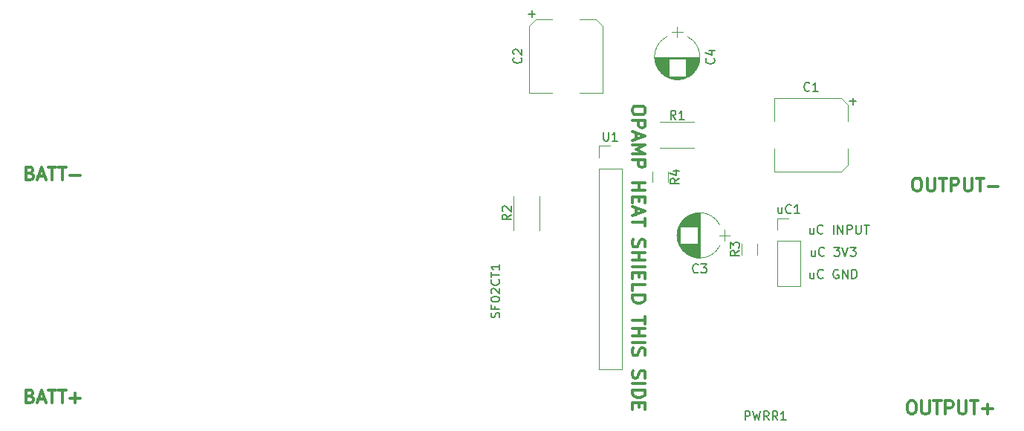
<source format=gbr>
%TF.GenerationSoftware,KiCad,Pcbnew,(5.0.0)*%
%TF.CreationDate,2019-02-20T22:56:50-06:00*%
%TF.ProjectId,HVSignalAmplifier,48565369676E616C416D706C69666965,rev?*%
%TF.SameCoordinates,Original*%
%TF.FileFunction,Legend,Top*%
%TF.FilePolarity,Positive*%
%FSLAX46Y46*%
G04 Gerber Fmt 4.6, Leading zero omitted, Abs format (unit mm)*
G04 Created by KiCad (PCBNEW (5.0.0)) date 02/20/19 22:56:50*
%MOMM*%
%LPD*%
G01*
G04 APERTURE LIST*
%ADD10C,0.300000*%
%ADD11C,0.177800*%
%ADD12C,0.120000*%
%ADD13C,0.150000*%
G04 APERTURE END LIST*
D10*
X161476428Y-88481428D02*
X161476428Y-88767142D01*
X161405000Y-88910000D01*
X161262142Y-89052857D01*
X160976428Y-89124285D01*
X160476428Y-89124285D01*
X160190714Y-89052857D01*
X160047857Y-88910000D01*
X159976428Y-88767142D01*
X159976428Y-88481428D01*
X160047857Y-88338571D01*
X160190714Y-88195714D01*
X160476428Y-88124285D01*
X160976428Y-88124285D01*
X161262142Y-88195714D01*
X161405000Y-88338571D01*
X161476428Y-88481428D01*
X159976428Y-89767142D02*
X161476428Y-89767142D01*
X161476428Y-90338571D01*
X161405000Y-90481428D01*
X161333571Y-90552857D01*
X161190714Y-90624285D01*
X160976428Y-90624285D01*
X160833571Y-90552857D01*
X160762142Y-90481428D01*
X160690714Y-90338571D01*
X160690714Y-89767142D01*
X160405000Y-91195714D02*
X160405000Y-91910000D01*
X159976428Y-91052857D02*
X161476428Y-91552857D01*
X159976428Y-92052857D01*
X159976428Y-92552857D02*
X161476428Y-92552857D01*
X160405000Y-93052857D01*
X161476428Y-93552857D01*
X159976428Y-93552857D01*
X159976428Y-94267142D02*
X161476428Y-94267142D01*
X161476428Y-94838571D01*
X161405000Y-94981428D01*
X161333571Y-95052857D01*
X161190714Y-95124285D01*
X160976428Y-95124285D01*
X160833571Y-95052857D01*
X160762142Y-94981428D01*
X160690714Y-94838571D01*
X160690714Y-94267142D01*
X159976428Y-96910000D02*
X161476428Y-96910000D01*
X160762142Y-96910000D02*
X160762142Y-97767142D01*
X159976428Y-97767142D02*
X161476428Y-97767142D01*
X160762142Y-98481428D02*
X160762142Y-98981428D01*
X159976428Y-99195714D02*
X159976428Y-98481428D01*
X161476428Y-98481428D01*
X161476428Y-99195714D01*
X160405000Y-99767142D02*
X160405000Y-100481428D01*
X159976428Y-99624285D02*
X161476428Y-100124285D01*
X159976428Y-100624285D01*
X161476428Y-100910000D02*
X161476428Y-101767142D01*
X159976428Y-101338571D02*
X161476428Y-101338571D01*
X160047857Y-103338571D02*
X159976428Y-103552857D01*
X159976428Y-103910000D01*
X160047857Y-104052857D01*
X160119285Y-104124285D01*
X160262142Y-104195714D01*
X160405000Y-104195714D01*
X160547857Y-104124285D01*
X160619285Y-104052857D01*
X160690714Y-103910000D01*
X160762142Y-103624285D01*
X160833571Y-103481428D01*
X160905000Y-103410000D01*
X161047857Y-103338571D01*
X161190714Y-103338571D01*
X161333571Y-103410000D01*
X161405000Y-103481428D01*
X161476428Y-103624285D01*
X161476428Y-103981428D01*
X161405000Y-104195714D01*
X159976428Y-104838571D02*
X161476428Y-104838571D01*
X160762142Y-104838571D02*
X160762142Y-105695714D01*
X159976428Y-105695714D02*
X161476428Y-105695714D01*
X159976428Y-106410000D02*
X161476428Y-106410000D01*
X160762142Y-107124285D02*
X160762142Y-107624285D01*
X159976428Y-107838571D02*
X159976428Y-107124285D01*
X161476428Y-107124285D01*
X161476428Y-107838571D01*
X159976428Y-109195714D02*
X159976428Y-108481428D01*
X161476428Y-108481428D01*
X159976428Y-109695714D02*
X161476428Y-109695714D01*
X161476428Y-110052857D01*
X161405000Y-110267142D01*
X161262142Y-110410000D01*
X161119285Y-110481428D01*
X160833571Y-110552857D01*
X160619285Y-110552857D01*
X160333571Y-110481428D01*
X160190714Y-110410000D01*
X160047857Y-110267142D01*
X159976428Y-110052857D01*
X159976428Y-109695714D01*
X161476428Y-112124285D02*
X161476428Y-112981428D01*
X159976428Y-112552857D02*
X161476428Y-112552857D01*
X159976428Y-113481428D02*
X161476428Y-113481428D01*
X160762142Y-113481428D02*
X160762142Y-114338571D01*
X159976428Y-114338571D02*
X161476428Y-114338571D01*
X159976428Y-115052857D02*
X161476428Y-115052857D01*
X160047857Y-115695714D02*
X159976428Y-115910000D01*
X159976428Y-116267142D01*
X160047857Y-116410000D01*
X160119285Y-116481428D01*
X160262142Y-116552857D01*
X160405000Y-116552857D01*
X160547857Y-116481428D01*
X160619285Y-116410000D01*
X160690714Y-116267142D01*
X160762142Y-115981428D01*
X160833571Y-115838571D01*
X160905000Y-115767142D01*
X161047857Y-115695714D01*
X161190714Y-115695714D01*
X161333571Y-115767142D01*
X161405000Y-115838571D01*
X161476428Y-115981428D01*
X161476428Y-116338571D01*
X161405000Y-116552857D01*
X160047857Y-118267142D02*
X159976428Y-118481428D01*
X159976428Y-118838571D01*
X160047857Y-118981428D01*
X160119285Y-119052857D01*
X160262142Y-119124285D01*
X160405000Y-119124285D01*
X160547857Y-119052857D01*
X160619285Y-118981428D01*
X160690714Y-118838571D01*
X160762142Y-118552857D01*
X160833571Y-118410000D01*
X160905000Y-118338571D01*
X161047857Y-118267142D01*
X161190714Y-118267142D01*
X161333571Y-118338571D01*
X161405000Y-118410000D01*
X161476428Y-118552857D01*
X161476428Y-118910000D01*
X161405000Y-119124285D01*
X159976428Y-119767142D02*
X161476428Y-119767142D01*
X159976428Y-120481428D02*
X161476428Y-120481428D01*
X161476428Y-120838571D01*
X161405000Y-121052857D01*
X161262142Y-121195714D01*
X161119285Y-121267142D01*
X160833571Y-121338571D01*
X160619285Y-121338571D01*
X160333571Y-121267142D01*
X160190714Y-121195714D01*
X160047857Y-121052857D01*
X159976428Y-120838571D01*
X159976428Y-120481428D01*
X160762142Y-121981428D02*
X160762142Y-122481428D01*
X159976428Y-122695714D02*
X159976428Y-121981428D01*
X161476428Y-121981428D01*
X161476428Y-122695714D01*
D11*
X180654476Y-107097285D02*
X180654476Y-107774619D01*
X180219047Y-107097285D02*
X180219047Y-107629476D01*
X180267428Y-107726238D01*
X180364190Y-107774619D01*
X180509333Y-107774619D01*
X180606095Y-107726238D01*
X180654476Y-107677857D01*
X181718857Y-107677857D02*
X181670476Y-107726238D01*
X181525333Y-107774619D01*
X181428571Y-107774619D01*
X181283428Y-107726238D01*
X181186666Y-107629476D01*
X181138285Y-107532714D01*
X181089904Y-107339190D01*
X181089904Y-107194047D01*
X181138285Y-107000523D01*
X181186666Y-106903761D01*
X181283428Y-106807000D01*
X181428571Y-106758619D01*
X181525333Y-106758619D01*
X181670476Y-106807000D01*
X181718857Y-106855380D01*
X183460571Y-106807000D02*
X183363809Y-106758619D01*
X183218666Y-106758619D01*
X183073523Y-106807000D01*
X182976761Y-106903761D01*
X182928380Y-107000523D01*
X182880000Y-107194047D01*
X182880000Y-107339190D01*
X182928380Y-107532714D01*
X182976761Y-107629476D01*
X183073523Y-107726238D01*
X183218666Y-107774619D01*
X183315428Y-107774619D01*
X183460571Y-107726238D01*
X183508952Y-107677857D01*
X183508952Y-107339190D01*
X183315428Y-107339190D01*
X183944380Y-107774619D02*
X183944380Y-106758619D01*
X184524952Y-107774619D01*
X184524952Y-106758619D01*
X185008761Y-107774619D02*
X185008761Y-106758619D01*
X185250666Y-106758619D01*
X185395809Y-106807000D01*
X185492571Y-106903761D01*
X185540952Y-107000523D01*
X185589333Y-107194047D01*
X185589333Y-107339190D01*
X185540952Y-107532714D01*
X185492571Y-107629476D01*
X185395809Y-107726238D01*
X185250666Y-107774619D01*
X185008761Y-107774619D01*
X180799619Y-104557285D02*
X180799619Y-105234619D01*
X180364190Y-104557285D02*
X180364190Y-105089476D01*
X180412571Y-105186238D01*
X180509333Y-105234619D01*
X180654476Y-105234619D01*
X180751238Y-105186238D01*
X180799619Y-105137857D01*
X181864000Y-105137857D02*
X181815619Y-105186238D01*
X181670476Y-105234619D01*
X181573714Y-105234619D01*
X181428571Y-105186238D01*
X181331809Y-105089476D01*
X181283428Y-104992714D01*
X181235047Y-104799190D01*
X181235047Y-104654047D01*
X181283428Y-104460523D01*
X181331809Y-104363761D01*
X181428571Y-104267000D01*
X181573714Y-104218619D01*
X181670476Y-104218619D01*
X181815619Y-104267000D01*
X181864000Y-104315380D01*
X182976761Y-104218619D02*
X183605714Y-104218619D01*
X183267047Y-104605666D01*
X183412190Y-104605666D01*
X183508952Y-104654047D01*
X183557333Y-104702428D01*
X183605714Y-104799190D01*
X183605714Y-105041095D01*
X183557333Y-105137857D01*
X183508952Y-105186238D01*
X183412190Y-105234619D01*
X183121904Y-105234619D01*
X183025142Y-105186238D01*
X182976761Y-105137857D01*
X183896000Y-104218619D02*
X184234666Y-105234619D01*
X184573333Y-104218619D01*
X184815238Y-104218619D02*
X185444190Y-104218619D01*
X185105523Y-104605666D01*
X185250666Y-104605666D01*
X185347428Y-104654047D01*
X185395809Y-104702428D01*
X185444190Y-104799190D01*
X185444190Y-105041095D01*
X185395809Y-105137857D01*
X185347428Y-105186238D01*
X185250666Y-105234619D01*
X184960380Y-105234619D01*
X184863619Y-105186238D01*
X184815238Y-105137857D01*
X180636333Y-102017285D02*
X180636333Y-102694619D01*
X180200904Y-102017285D02*
X180200904Y-102549476D01*
X180249285Y-102646238D01*
X180346047Y-102694619D01*
X180491190Y-102694619D01*
X180587952Y-102646238D01*
X180636333Y-102597857D01*
X181700714Y-102597857D02*
X181652333Y-102646238D01*
X181507190Y-102694619D01*
X181410428Y-102694619D01*
X181265285Y-102646238D01*
X181168523Y-102549476D01*
X181120142Y-102452714D01*
X181071761Y-102259190D01*
X181071761Y-102114047D01*
X181120142Y-101920523D01*
X181168523Y-101823761D01*
X181265285Y-101727000D01*
X181410428Y-101678619D01*
X181507190Y-101678619D01*
X181652333Y-101727000D01*
X181700714Y-101775380D01*
X182910238Y-102694619D02*
X182910238Y-101678619D01*
X183394047Y-102694619D02*
X183394047Y-101678619D01*
X183974619Y-102694619D01*
X183974619Y-101678619D01*
X184458428Y-102694619D02*
X184458428Y-101678619D01*
X184845476Y-101678619D01*
X184942238Y-101727000D01*
X184990619Y-101775380D01*
X185039000Y-101872142D01*
X185039000Y-102017285D01*
X184990619Y-102114047D01*
X184942238Y-102162428D01*
X184845476Y-102210809D01*
X184458428Y-102210809D01*
X185474428Y-101678619D02*
X185474428Y-102501095D01*
X185522809Y-102597857D01*
X185571190Y-102646238D01*
X185667952Y-102694619D01*
X185861476Y-102694619D01*
X185958238Y-102646238D01*
X186006619Y-102597857D01*
X186055000Y-102501095D01*
X186055000Y-101678619D01*
X186393666Y-101678619D02*
X186974238Y-101678619D01*
X186683952Y-102694619D02*
X186683952Y-101678619D01*
D10*
X91372857Y-95777857D02*
X91587142Y-95849285D01*
X91658571Y-95920714D01*
X91730000Y-96063571D01*
X91730000Y-96277857D01*
X91658571Y-96420714D01*
X91587142Y-96492142D01*
X91444285Y-96563571D01*
X90872857Y-96563571D01*
X90872857Y-95063571D01*
X91372857Y-95063571D01*
X91515714Y-95135000D01*
X91587142Y-95206428D01*
X91658571Y-95349285D01*
X91658571Y-95492142D01*
X91587142Y-95635000D01*
X91515714Y-95706428D01*
X91372857Y-95777857D01*
X90872857Y-95777857D01*
X92301428Y-96135000D02*
X93015714Y-96135000D01*
X92158571Y-96563571D02*
X92658571Y-95063571D01*
X93158571Y-96563571D01*
X93444285Y-95063571D02*
X94301428Y-95063571D01*
X93872857Y-96563571D02*
X93872857Y-95063571D01*
X94587142Y-95063571D02*
X95444285Y-95063571D01*
X95015714Y-96563571D02*
X95015714Y-95063571D01*
X95944285Y-95992142D02*
X97087142Y-95992142D01*
X91372857Y-121177857D02*
X91587142Y-121249285D01*
X91658571Y-121320714D01*
X91730000Y-121463571D01*
X91730000Y-121677857D01*
X91658571Y-121820714D01*
X91587142Y-121892142D01*
X91444285Y-121963571D01*
X90872857Y-121963571D01*
X90872857Y-120463571D01*
X91372857Y-120463571D01*
X91515714Y-120535000D01*
X91587142Y-120606428D01*
X91658571Y-120749285D01*
X91658571Y-120892142D01*
X91587142Y-121035000D01*
X91515714Y-121106428D01*
X91372857Y-121177857D01*
X90872857Y-121177857D01*
X92301428Y-121535000D02*
X93015714Y-121535000D01*
X92158571Y-121963571D02*
X92658571Y-120463571D01*
X93158571Y-121963571D01*
X93444285Y-120463571D02*
X94301428Y-120463571D01*
X93872857Y-121963571D02*
X93872857Y-120463571D01*
X94587142Y-120463571D02*
X95444285Y-120463571D01*
X95015714Y-121963571D02*
X95015714Y-120463571D01*
X95944285Y-121392142D02*
X97087142Y-121392142D01*
X96515714Y-121963571D02*
X96515714Y-120820714D01*
X191679285Y-121728571D02*
X191965000Y-121728571D01*
X192107857Y-121800000D01*
X192250714Y-121942857D01*
X192322142Y-122228571D01*
X192322142Y-122728571D01*
X192250714Y-123014285D01*
X192107857Y-123157142D01*
X191965000Y-123228571D01*
X191679285Y-123228571D01*
X191536428Y-123157142D01*
X191393571Y-123014285D01*
X191322142Y-122728571D01*
X191322142Y-122228571D01*
X191393571Y-121942857D01*
X191536428Y-121800000D01*
X191679285Y-121728571D01*
X192965000Y-121728571D02*
X192965000Y-122942857D01*
X193036428Y-123085714D01*
X193107857Y-123157142D01*
X193250714Y-123228571D01*
X193536428Y-123228571D01*
X193679285Y-123157142D01*
X193750714Y-123085714D01*
X193822142Y-122942857D01*
X193822142Y-121728571D01*
X194322142Y-121728571D02*
X195179285Y-121728571D01*
X194750714Y-123228571D02*
X194750714Y-121728571D01*
X195679285Y-123228571D02*
X195679285Y-121728571D01*
X196250714Y-121728571D01*
X196393571Y-121800000D01*
X196465000Y-121871428D01*
X196536428Y-122014285D01*
X196536428Y-122228571D01*
X196465000Y-122371428D01*
X196393571Y-122442857D01*
X196250714Y-122514285D01*
X195679285Y-122514285D01*
X197179285Y-121728571D02*
X197179285Y-122942857D01*
X197250714Y-123085714D01*
X197322142Y-123157142D01*
X197465000Y-123228571D01*
X197750714Y-123228571D01*
X197893571Y-123157142D01*
X197965000Y-123085714D01*
X198036428Y-122942857D01*
X198036428Y-121728571D01*
X198536428Y-121728571D02*
X199393571Y-121728571D01*
X198965000Y-123228571D02*
X198965000Y-121728571D01*
X199893571Y-122657142D02*
X201036428Y-122657142D01*
X200465000Y-123228571D02*
X200465000Y-122085714D01*
X192314285Y-96333571D02*
X192600000Y-96333571D01*
X192742857Y-96405000D01*
X192885714Y-96547857D01*
X192957142Y-96833571D01*
X192957142Y-97333571D01*
X192885714Y-97619285D01*
X192742857Y-97762142D01*
X192600000Y-97833571D01*
X192314285Y-97833571D01*
X192171428Y-97762142D01*
X192028571Y-97619285D01*
X191957142Y-97333571D01*
X191957142Y-96833571D01*
X192028571Y-96547857D01*
X192171428Y-96405000D01*
X192314285Y-96333571D01*
X193600000Y-96333571D02*
X193600000Y-97547857D01*
X193671428Y-97690714D01*
X193742857Y-97762142D01*
X193885714Y-97833571D01*
X194171428Y-97833571D01*
X194314285Y-97762142D01*
X194385714Y-97690714D01*
X194457142Y-97547857D01*
X194457142Y-96333571D01*
X194957142Y-96333571D02*
X195814285Y-96333571D01*
X195385714Y-97833571D02*
X195385714Y-96333571D01*
X196314285Y-97833571D02*
X196314285Y-96333571D01*
X196885714Y-96333571D01*
X197028571Y-96405000D01*
X197100000Y-96476428D01*
X197171428Y-96619285D01*
X197171428Y-96833571D01*
X197100000Y-96976428D01*
X197028571Y-97047857D01*
X196885714Y-97119285D01*
X196314285Y-97119285D01*
X197814285Y-96333571D02*
X197814285Y-97547857D01*
X197885714Y-97690714D01*
X197957142Y-97762142D01*
X198100000Y-97833571D01*
X198385714Y-97833571D01*
X198528571Y-97762142D01*
X198600000Y-97690714D01*
X198671428Y-97547857D01*
X198671428Y-96333571D01*
X199171428Y-96333571D02*
X200028571Y-96333571D01*
X199600000Y-97833571D02*
X199600000Y-96333571D01*
X200528571Y-97262142D02*
X201671428Y-97262142D01*
D12*
X184530000Y-94870000D02*
X184530000Y-93000000D01*
X184530000Y-88010000D02*
X184530000Y-89880000D01*
X176150000Y-87250000D02*
X176150000Y-89880000D01*
X176150000Y-95630000D02*
X176150000Y-93000000D01*
X176150000Y-87250000D02*
X183770000Y-87250000D01*
X183770000Y-87250000D02*
X184530000Y-88010000D01*
X184530000Y-94870000D02*
X183770000Y-95630000D01*
X183770000Y-95630000D02*
X176150000Y-95630000D01*
X156590000Y-79018400D02*
X156590000Y-86638400D01*
X155830000Y-78258400D02*
X156590000Y-79018400D01*
X148210000Y-79018400D02*
X148970000Y-78258400D01*
X148210000Y-86638400D02*
X148210000Y-79018400D01*
X156590000Y-86638400D02*
X153960000Y-86638400D01*
X148210000Y-86638400D02*
X150840000Y-86638400D01*
X148970000Y-78258400D02*
X150840000Y-78258400D01*
X155830000Y-78258400D02*
X153960000Y-78258400D01*
X165354278Y-104049723D02*
G75*
G03X169965580Y-104050000I2305722J1179723D01*
G01*
X165354278Y-101690277D02*
G75*
G02X169965580Y-101690000I2305722J-1179723D01*
G01*
X165354278Y-101690277D02*
G75*
G03X165354420Y-104050000I2305722J-1179723D01*
G01*
X167660000Y-105420000D02*
X167660000Y-100320000D01*
X167620000Y-105420000D02*
X167620000Y-100320000D01*
X167580000Y-105419000D02*
X167580000Y-100321000D01*
X167540000Y-105418000D02*
X167540000Y-100322000D01*
X167500000Y-105416000D02*
X167500000Y-100324000D01*
X167460000Y-105413000D02*
X167460000Y-100327000D01*
X167420000Y-105409000D02*
X167420000Y-100331000D01*
X167380000Y-105405000D02*
X167380000Y-103850000D01*
X167380000Y-101890000D02*
X167380000Y-100335000D01*
X167340000Y-105401000D02*
X167340000Y-103850000D01*
X167340000Y-101890000D02*
X167340000Y-100339000D01*
X167300000Y-105395000D02*
X167300000Y-103850000D01*
X167300000Y-101890000D02*
X167300000Y-100345000D01*
X167260000Y-105389000D02*
X167260000Y-103850000D01*
X167260000Y-101890000D02*
X167260000Y-100351000D01*
X167220000Y-105383000D02*
X167220000Y-103850000D01*
X167220000Y-101890000D02*
X167220000Y-100357000D01*
X167180000Y-105376000D02*
X167180000Y-103850000D01*
X167180000Y-101890000D02*
X167180000Y-100364000D01*
X167140000Y-105368000D02*
X167140000Y-103850000D01*
X167140000Y-101890000D02*
X167140000Y-100372000D01*
X167100000Y-105359000D02*
X167100000Y-103850000D01*
X167100000Y-101890000D02*
X167100000Y-100381000D01*
X167060000Y-105350000D02*
X167060000Y-103850000D01*
X167060000Y-101890000D02*
X167060000Y-100390000D01*
X167020000Y-105340000D02*
X167020000Y-103850000D01*
X167020000Y-101890000D02*
X167020000Y-100400000D01*
X166980000Y-105330000D02*
X166980000Y-103850000D01*
X166980000Y-101890000D02*
X166980000Y-100410000D01*
X166939000Y-105318000D02*
X166939000Y-103850000D01*
X166939000Y-101890000D02*
X166939000Y-100422000D01*
X166899000Y-105306000D02*
X166899000Y-103850000D01*
X166899000Y-101890000D02*
X166899000Y-100434000D01*
X166859000Y-105294000D02*
X166859000Y-103850000D01*
X166859000Y-101890000D02*
X166859000Y-100446000D01*
X166819000Y-105280000D02*
X166819000Y-103850000D01*
X166819000Y-101890000D02*
X166819000Y-100460000D01*
X166779000Y-105266000D02*
X166779000Y-103850000D01*
X166779000Y-101890000D02*
X166779000Y-100474000D01*
X166739000Y-105252000D02*
X166739000Y-103850000D01*
X166739000Y-101890000D02*
X166739000Y-100488000D01*
X166699000Y-105236000D02*
X166699000Y-103850000D01*
X166699000Y-101890000D02*
X166699000Y-100504000D01*
X166659000Y-105220000D02*
X166659000Y-103850000D01*
X166659000Y-101890000D02*
X166659000Y-100520000D01*
X166619000Y-105203000D02*
X166619000Y-103850000D01*
X166619000Y-101890000D02*
X166619000Y-100537000D01*
X166579000Y-105185000D02*
X166579000Y-103850000D01*
X166579000Y-101890000D02*
X166579000Y-100555000D01*
X166539000Y-105166000D02*
X166539000Y-103850000D01*
X166539000Y-101890000D02*
X166539000Y-100574000D01*
X166499000Y-105146000D02*
X166499000Y-103850000D01*
X166499000Y-101890000D02*
X166499000Y-100594000D01*
X166459000Y-105126000D02*
X166459000Y-103850000D01*
X166459000Y-101890000D02*
X166459000Y-100614000D01*
X166419000Y-105104000D02*
X166419000Y-103850000D01*
X166419000Y-101890000D02*
X166419000Y-100636000D01*
X166379000Y-105082000D02*
X166379000Y-103850000D01*
X166379000Y-101890000D02*
X166379000Y-100658000D01*
X166339000Y-105059000D02*
X166339000Y-103850000D01*
X166339000Y-101890000D02*
X166339000Y-100681000D01*
X166299000Y-105035000D02*
X166299000Y-103850000D01*
X166299000Y-101890000D02*
X166299000Y-100705000D01*
X166259000Y-105010000D02*
X166259000Y-103850000D01*
X166259000Y-101890000D02*
X166259000Y-100730000D01*
X166219000Y-104983000D02*
X166219000Y-103850000D01*
X166219000Y-101890000D02*
X166219000Y-100757000D01*
X166179000Y-104956000D02*
X166179000Y-103850000D01*
X166179000Y-101890000D02*
X166179000Y-100784000D01*
X166139000Y-104928000D02*
X166139000Y-103850000D01*
X166139000Y-101890000D02*
X166139000Y-100812000D01*
X166099000Y-104898000D02*
X166099000Y-103850000D01*
X166099000Y-101890000D02*
X166099000Y-100842000D01*
X166059000Y-104867000D02*
X166059000Y-103850000D01*
X166059000Y-101890000D02*
X166059000Y-100873000D01*
X166019000Y-104835000D02*
X166019000Y-103850000D01*
X166019000Y-101890000D02*
X166019000Y-100905000D01*
X165979000Y-104802000D02*
X165979000Y-103850000D01*
X165979000Y-101890000D02*
X165979000Y-100938000D01*
X165939000Y-104767000D02*
X165939000Y-103850000D01*
X165939000Y-101890000D02*
X165939000Y-100973000D01*
X165899000Y-104731000D02*
X165899000Y-103850000D01*
X165899000Y-101890000D02*
X165899000Y-101009000D01*
X165859000Y-104693000D02*
X165859000Y-103850000D01*
X165859000Y-101890000D02*
X165859000Y-101047000D01*
X165819000Y-104653000D02*
X165819000Y-103850000D01*
X165819000Y-101890000D02*
X165819000Y-101087000D01*
X165779000Y-104612000D02*
X165779000Y-103850000D01*
X165779000Y-101890000D02*
X165779000Y-101128000D01*
X165739000Y-104569000D02*
X165739000Y-103850000D01*
X165739000Y-101890000D02*
X165739000Y-101171000D01*
X165699000Y-104524000D02*
X165699000Y-103850000D01*
X165699000Y-101890000D02*
X165699000Y-101216000D01*
X165659000Y-104476000D02*
X165659000Y-103850000D01*
X165659000Y-101890000D02*
X165659000Y-101264000D01*
X165619000Y-104426000D02*
X165619000Y-103850000D01*
X165619000Y-101890000D02*
X165619000Y-101314000D01*
X165579000Y-104374000D02*
X165579000Y-103850000D01*
X165579000Y-101890000D02*
X165579000Y-101366000D01*
X165539000Y-104318000D02*
X165539000Y-103850000D01*
X165539000Y-101890000D02*
X165539000Y-101422000D01*
X165499000Y-104260000D02*
X165499000Y-103850000D01*
X165499000Y-101890000D02*
X165499000Y-101480000D01*
X165459000Y-104197000D02*
X165459000Y-103850000D01*
X165459000Y-101890000D02*
X165459000Y-101543000D01*
X165419000Y-104131000D02*
X165419000Y-101609000D01*
X165379000Y-104059000D02*
X165379000Y-101681000D01*
X165339000Y-103982000D02*
X165339000Y-101758000D01*
X165299000Y-103898000D02*
X165299000Y-101842000D01*
X165259000Y-103804000D02*
X165259000Y-101936000D01*
X165219000Y-103699000D02*
X165219000Y-102041000D01*
X165179000Y-103577000D02*
X165179000Y-102163000D01*
X165139000Y-103429000D02*
X165139000Y-102311000D01*
X165099000Y-103224000D02*
X165099000Y-102516000D01*
X171110000Y-102870000D02*
X169910000Y-102870000D01*
X170510000Y-103520000D02*
X170510000Y-102220000D01*
X165750000Y-79680000D02*
X164450000Y-79680000D01*
X165100000Y-79080000D02*
X165100000Y-80280000D01*
X165454000Y-85091000D02*
X164746000Y-85091000D01*
X165659000Y-85051000D02*
X164541000Y-85051000D01*
X165807000Y-85011000D02*
X164393000Y-85011000D01*
X165929000Y-84971000D02*
X164271000Y-84971000D01*
X166034000Y-84931000D02*
X164166000Y-84931000D01*
X166128000Y-84891000D02*
X164072000Y-84891000D01*
X166212000Y-84851000D02*
X163988000Y-84851000D01*
X166289000Y-84811000D02*
X163911000Y-84811000D01*
X166361000Y-84771000D02*
X163839000Y-84771000D01*
X164120000Y-84731000D02*
X163773000Y-84731000D01*
X166427000Y-84731000D02*
X166080000Y-84731000D01*
X164120000Y-84691000D02*
X163710000Y-84691000D01*
X166490000Y-84691000D02*
X166080000Y-84691000D01*
X164120000Y-84651000D02*
X163652000Y-84651000D01*
X166548000Y-84651000D02*
X166080000Y-84651000D01*
X164120000Y-84611000D02*
X163596000Y-84611000D01*
X166604000Y-84611000D02*
X166080000Y-84611000D01*
X164120000Y-84571000D02*
X163544000Y-84571000D01*
X166656000Y-84571000D02*
X166080000Y-84571000D01*
X164120000Y-84531000D02*
X163494000Y-84531000D01*
X166706000Y-84531000D02*
X166080000Y-84531000D01*
X164120000Y-84491000D02*
X163446000Y-84491000D01*
X166754000Y-84491000D02*
X166080000Y-84491000D01*
X164120000Y-84451000D02*
X163401000Y-84451000D01*
X166799000Y-84451000D02*
X166080000Y-84451000D01*
X164120000Y-84411000D02*
X163358000Y-84411000D01*
X166842000Y-84411000D02*
X166080000Y-84411000D01*
X164120000Y-84371000D02*
X163317000Y-84371000D01*
X166883000Y-84371000D02*
X166080000Y-84371000D01*
X164120000Y-84331000D02*
X163277000Y-84331000D01*
X166923000Y-84331000D02*
X166080000Y-84331000D01*
X164120000Y-84291000D02*
X163239000Y-84291000D01*
X166961000Y-84291000D02*
X166080000Y-84291000D01*
X164120000Y-84251000D02*
X163203000Y-84251000D01*
X166997000Y-84251000D02*
X166080000Y-84251000D01*
X164120000Y-84211000D02*
X163168000Y-84211000D01*
X167032000Y-84211000D02*
X166080000Y-84211000D01*
X164120000Y-84171000D02*
X163135000Y-84171000D01*
X167065000Y-84171000D02*
X166080000Y-84171000D01*
X164120000Y-84131000D02*
X163103000Y-84131000D01*
X167097000Y-84131000D02*
X166080000Y-84131000D01*
X164120000Y-84091000D02*
X163072000Y-84091000D01*
X167128000Y-84091000D02*
X166080000Y-84091000D01*
X164120000Y-84051000D02*
X163042000Y-84051000D01*
X167158000Y-84051000D02*
X166080000Y-84051000D01*
X164120000Y-84011000D02*
X163014000Y-84011000D01*
X167186000Y-84011000D02*
X166080000Y-84011000D01*
X164120000Y-83971000D02*
X162987000Y-83971000D01*
X167213000Y-83971000D02*
X166080000Y-83971000D01*
X164120000Y-83931000D02*
X162960000Y-83931000D01*
X167240000Y-83931000D02*
X166080000Y-83931000D01*
X164120000Y-83891000D02*
X162935000Y-83891000D01*
X167265000Y-83891000D02*
X166080000Y-83891000D01*
X164120000Y-83851000D02*
X162911000Y-83851000D01*
X167289000Y-83851000D02*
X166080000Y-83851000D01*
X164120000Y-83811000D02*
X162888000Y-83811000D01*
X167312000Y-83811000D02*
X166080000Y-83811000D01*
X164120000Y-83771000D02*
X162866000Y-83771000D01*
X167334000Y-83771000D02*
X166080000Y-83771000D01*
X164120000Y-83731000D02*
X162844000Y-83731000D01*
X167356000Y-83731000D02*
X166080000Y-83731000D01*
X164120000Y-83691000D02*
X162824000Y-83691000D01*
X167376000Y-83691000D02*
X166080000Y-83691000D01*
X164120000Y-83651000D02*
X162804000Y-83651000D01*
X167396000Y-83651000D02*
X166080000Y-83651000D01*
X164120000Y-83611000D02*
X162785000Y-83611000D01*
X167415000Y-83611000D02*
X166080000Y-83611000D01*
X164120000Y-83571000D02*
X162767000Y-83571000D01*
X167433000Y-83571000D02*
X166080000Y-83571000D01*
X164120000Y-83531000D02*
X162750000Y-83531000D01*
X167450000Y-83531000D02*
X166080000Y-83531000D01*
X164120000Y-83491000D02*
X162734000Y-83491000D01*
X167466000Y-83491000D02*
X166080000Y-83491000D01*
X164120000Y-83451000D02*
X162718000Y-83451000D01*
X167482000Y-83451000D02*
X166080000Y-83451000D01*
X164120000Y-83411000D02*
X162704000Y-83411000D01*
X167496000Y-83411000D02*
X166080000Y-83411000D01*
X164120000Y-83371000D02*
X162690000Y-83371000D01*
X167510000Y-83371000D02*
X166080000Y-83371000D01*
X164120000Y-83331000D02*
X162676000Y-83331000D01*
X167524000Y-83331000D02*
X166080000Y-83331000D01*
X164120000Y-83291000D02*
X162664000Y-83291000D01*
X167536000Y-83291000D02*
X166080000Y-83291000D01*
X164120000Y-83251000D02*
X162652000Y-83251000D01*
X167548000Y-83251000D02*
X166080000Y-83251000D01*
X164120000Y-83210000D02*
X162640000Y-83210000D01*
X167560000Y-83210000D02*
X166080000Y-83210000D01*
X164120000Y-83170000D02*
X162630000Y-83170000D01*
X167570000Y-83170000D02*
X166080000Y-83170000D01*
X164120000Y-83130000D02*
X162620000Y-83130000D01*
X167580000Y-83130000D02*
X166080000Y-83130000D01*
X164120000Y-83090000D02*
X162611000Y-83090000D01*
X167589000Y-83090000D02*
X166080000Y-83090000D01*
X164120000Y-83050000D02*
X162602000Y-83050000D01*
X167598000Y-83050000D02*
X166080000Y-83050000D01*
X164120000Y-83010000D02*
X162594000Y-83010000D01*
X167606000Y-83010000D02*
X166080000Y-83010000D01*
X164120000Y-82970000D02*
X162587000Y-82970000D01*
X167613000Y-82970000D02*
X166080000Y-82970000D01*
X164120000Y-82930000D02*
X162581000Y-82930000D01*
X167619000Y-82930000D02*
X166080000Y-82930000D01*
X164120000Y-82890000D02*
X162575000Y-82890000D01*
X167625000Y-82890000D02*
X166080000Y-82890000D01*
X164120000Y-82850000D02*
X162569000Y-82850000D01*
X167631000Y-82850000D02*
X166080000Y-82850000D01*
X164120000Y-82810000D02*
X162565000Y-82810000D01*
X167635000Y-82810000D02*
X166080000Y-82810000D01*
X167639000Y-82770000D02*
X162561000Y-82770000D01*
X167643000Y-82730000D02*
X162557000Y-82730000D01*
X167646000Y-82690000D02*
X162554000Y-82690000D01*
X167648000Y-82650000D02*
X162552000Y-82650000D01*
X167649000Y-82610000D02*
X162551000Y-82610000D01*
X167650000Y-82570000D02*
X162550000Y-82570000D01*
X167650000Y-82530000D02*
X162550000Y-82530000D01*
X163920277Y-84835722D02*
G75*
G03X166280000Y-84835580I1179723J2305722D01*
G01*
X163920277Y-84835722D02*
G75*
G02X163920000Y-80224420I1179723J2305722D01*
G01*
X166279723Y-84835722D02*
G75*
G03X166280000Y-80224420I-1179723J2305722D01*
G01*
X163150000Y-89960000D02*
X167050000Y-89960000D01*
X167050000Y-92920000D02*
X163150000Y-92920000D01*
X149435000Y-98380000D02*
X149435000Y-102280000D01*
X146475000Y-102280000D02*
X146475000Y-98380000D01*
X172475000Y-105055000D02*
X172475000Y-103855000D01*
X174235000Y-103855000D02*
X174235000Y-105055000D01*
X162315000Y-96805000D02*
X162315000Y-95605000D01*
X164075000Y-95605000D02*
X164075000Y-96805000D01*
X156150000Y-118170000D02*
X158810000Y-118170000D01*
X156150000Y-95250000D02*
X156150000Y-118170000D01*
X158810000Y-95250000D02*
X158810000Y-118170000D01*
X156150000Y-95250000D02*
X158810000Y-95250000D01*
X156150000Y-93980000D02*
X156150000Y-92650000D01*
X156150000Y-92650000D02*
X157480000Y-92650000D01*
X176470000Y-108645000D02*
X179130000Y-108645000D01*
X176470000Y-103505000D02*
X176470000Y-108645000D01*
X179130000Y-103505000D02*
X179130000Y-108645000D01*
X176470000Y-103505000D02*
X179130000Y-103505000D01*
X176470000Y-102235000D02*
X176470000Y-100905000D01*
X176470000Y-100905000D02*
X177800000Y-100905000D01*
D13*
X144821161Y-112243809D02*
X144868780Y-112100952D01*
X144868780Y-111862857D01*
X144821161Y-111767619D01*
X144773542Y-111720000D01*
X144678304Y-111672380D01*
X144583066Y-111672380D01*
X144487828Y-111720000D01*
X144440209Y-111767619D01*
X144392590Y-111862857D01*
X144344971Y-112053333D01*
X144297352Y-112148571D01*
X144249733Y-112196190D01*
X144154495Y-112243809D01*
X144059257Y-112243809D01*
X143964019Y-112196190D01*
X143916400Y-112148571D01*
X143868780Y-112053333D01*
X143868780Y-111815238D01*
X143916400Y-111672380D01*
X144344971Y-110910476D02*
X144344971Y-111243809D01*
X144868780Y-111243809D02*
X143868780Y-111243809D01*
X143868780Y-110767619D01*
X143868780Y-110196190D02*
X143868780Y-110100952D01*
X143916400Y-110005714D01*
X143964019Y-109958095D01*
X144059257Y-109910476D01*
X144249733Y-109862857D01*
X144487828Y-109862857D01*
X144678304Y-109910476D01*
X144773542Y-109958095D01*
X144821161Y-110005714D01*
X144868780Y-110100952D01*
X144868780Y-110196190D01*
X144821161Y-110291428D01*
X144773542Y-110339047D01*
X144678304Y-110386666D01*
X144487828Y-110434285D01*
X144249733Y-110434285D01*
X144059257Y-110386666D01*
X143964019Y-110339047D01*
X143916400Y-110291428D01*
X143868780Y-110196190D01*
X143964019Y-109481904D02*
X143916400Y-109434285D01*
X143868780Y-109339047D01*
X143868780Y-109100952D01*
X143916400Y-109005714D01*
X143964019Y-108958095D01*
X144059257Y-108910476D01*
X144154495Y-108910476D01*
X144297352Y-108958095D01*
X144868780Y-109529523D01*
X144868780Y-108910476D01*
X144773542Y-107910476D02*
X144821161Y-107958095D01*
X144868780Y-108100952D01*
X144868780Y-108196190D01*
X144821161Y-108339047D01*
X144725923Y-108434285D01*
X144630685Y-108481904D01*
X144440209Y-108529523D01*
X144297352Y-108529523D01*
X144106876Y-108481904D01*
X144011638Y-108434285D01*
X143916400Y-108339047D01*
X143868780Y-108196190D01*
X143868780Y-108100952D01*
X143916400Y-107958095D01*
X143964019Y-107910476D01*
X143868780Y-107624761D02*
X143868780Y-107053333D01*
X144868780Y-107339047D02*
X143868780Y-107339047D01*
X144868780Y-106196190D02*
X144868780Y-106767619D01*
X144868780Y-106481904D02*
X143868780Y-106481904D01*
X144011638Y-106577142D01*
X144106876Y-106672380D01*
X144154495Y-106767619D01*
X180173333Y-86347142D02*
X180125714Y-86394761D01*
X179982857Y-86442380D01*
X179887619Y-86442380D01*
X179744761Y-86394761D01*
X179649523Y-86299523D01*
X179601904Y-86204285D01*
X179554285Y-86013809D01*
X179554285Y-85870952D01*
X179601904Y-85680476D01*
X179649523Y-85585238D01*
X179744761Y-85490000D01*
X179887619Y-85442380D01*
X179982857Y-85442380D01*
X180125714Y-85490000D01*
X180173333Y-85537619D01*
X181125714Y-86442380D02*
X180554285Y-86442380D01*
X180840000Y-86442380D02*
X180840000Y-85442380D01*
X180744761Y-85585238D01*
X180649523Y-85680476D01*
X180554285Y-85728095D01*
X184749047Y-87601428D02*
X185510952Y-87601428D01*
X185130000Y-87982380D02*
X185130000Y-87220476D01*
X147307142Y-82615066D02*
X147354761Y-82662685D01*
X147402380Y-82805542D01*
X147402380Y-82900780D01*
X147354761Y-83043638D01*
X147259523Y-83138876D01*
X147164285Y-83186495D01*
X146973809Y-83234114D01*
X146830952Y-83234114D01*
X146640476Y-83186495D01*
X146545238Y-83138876D01*
X146450000Y-83043638D01*
X146402380Y-82900780D01*
X146402380Y-82805542D01*
X146450000Y-82662685D01*
X146497619Y-82615066D01*
X146497619Y-82234114D02*
X146450000Y-82186495D01*
X146402380Y-82091257D01*
X146402380Y-81853161D01*
X146450000Y-81757923D01*
X146497619Y-81710304D01*
X146592857Y-81662685D01*
X146688095Y-81662685D01*
X146830952Y-81710304D01*
X147402380Y-82281733D01*
X147402380Y-81662685D01*
X148561428Y-78039352D02*
X148561428Y-77277447D01*
X148942380Y-77658400D02*
X148180476Y-77658400D01*
X167493333Y-107037142D02*
X167445714Y-107084761D01*
X167302857Y-107132380D01*
X167207619Y-107132380D01*
X167064761Y-107084761D01*
X166969523Y-106989523D01*
X166921904Y-106894285D01*
X166874285Y-106703809D01*
X166874285Y-106560952D01*
X166921904Y-106370476D01*
X166969523Y-106275238D01*
X167064761Y-106180000D01*
X167207619Y-106132380D01*
X167302857Y-106132380D01*
X167445714Y-106180000D01*
X167493333Y-106227619D01*
X167826666Y-106132380D02*
X168445714Y-106132380D01*
X168112380Y-106513333D01*
X168255238Y-106513333D01*
X168350476Y-106560952D01*
X168398095Y-106608571D01*
X168445714Y-106703809D01*
X168445714Y-106941904D01*
X168398095Y-107037142D01*
X168350476Y-107084761D01*
X168255238Y-107132380D01*
X167969523Y-107132380D01*
X167874285Y-107084761D01*
X167826666Y-107037142D01*
X169267142Y-82696666D02*
X169314761Y-82744285D01*
X169362380Y-82887142D01*
X169362380Y-82982380D01*
X169314761Y-83125238D01*
X169219523Y-83220476D01*
X169124285Y-83268095D01*
X168933809Y-83315714D01*
X168790952Y-83315714D01*
X168600476Y-83268095D01*
X168505238Y-83220476D01*
X168410000Y-83125238D01*
X168362380Y-82982380D01*
X168362380Y-82887142D01*
X168410000Y-82744285D01*
X168457619Y-82696666D01*
X168695714Y-81839523D02*
X169362380Y-81839523D01*
X168314761Y-82077619D02*
X169029047Y-82315714D01*
X169029047Y-81696666D01*
X172830476Y-123912380D02*
X172830476Y-122912380D01*
X173211428Y-122912380D01*
X173306666Y-122960000D01*
X173354285Y-123007619D01*
X173401904Y-123102857D01*
X173401904Y-123245714D01*
X173354285Y-123340952D01*
X173306666Y-123388571D01*
X173211428Y-123436190D01*
X172830476Y-123436190D01*
X173735238Y-122912380D02*
X173973333Y-123912380D01*
X174163809Y-123198095D01*
X174354285Y-123912380D01*
X174592380Y-122912380D01*
X175544761Y-123912380D02*
X175211428Y-123436190D01*
X174973333Y-123912380D02*
X174973333Y-122912380D01*
X175354285Y-122912380D01*
X175449523Y-122960000D01*
X175497142Y-123007619D01*
X175544761Y-123102857D01*
X175544761Y-123245714D01*
X175497142Y-123340952D01*
X175449523Y-123388571D01*
X175354285Y-123436190D01*
X174973333Y-123436190D01*
X176544761Y-123912380D02*
X176211428Y-123436190D01*
X175973333Y-123912380D02*
X175973333Y-122912380D01*
X176354285Y-122912380D01*
X176449523Y-122960000D01*
X176497142Y-123007619D01*
X176544761Y-123102857D01*
X176544761Y-123245714D01*
X176497142Y-123340952D01*
X176449523Y-123388571D01*
X176354285Y-123436190D01*
X175973333Y-123436190D01*
X177497142Y-123912380D02*
X176925714Y-123912380D01*
X177211428Y-123912380D02*
X177211428Y-122912380D01*
X177116190Y-123055238D01*
X177020952Y-123150476D01*
X176925714Y-123198095D01*
X164933333Y-89642380D02*
X164600000Y-89166190D01*
X164361904Y-89642380D02*
X164361904Y-88642380D01*
X164742857Y-88642380D01*
X164838095Y-88690000D01*
X164885714Y-88737619D01*
X164933333Y-88832857D01*
X164933333Y-88975714D01*
X164885714Y-89070952D01*
X164838095Y-89118571D01*
X164742857Y-89166190D01*
X164361904Y-89166190D01*
X165885714Y-89642380D02*
X165314285Y-89642380D01*
X165600000Y-89642380D02*
X165600000Y-88642380D01*
X165504761Y-88785238D01*
X165409523Y-88880476D01*
X165314285Y-88928095D01*
X146157380Y-100496666D02*
X145681190Y-100830000D01*
X146157380Y-101068095D02*
X145157380Y-101068095D01*
X145157380Y-100687142D01*
X145205000Y-100591904D01*
X145252619Y-100544285D01*
X145347857Y-100496666D01*
X145490714Y-100496666D01*
X145585952Y-100544285D01*
X145633571Y-100591904D01*
X145681190Y-100687142D01*
X145681190Y-101068095D01*
X145252619Y-100115714D02*
X145205000Y-100068095D01*
X145157380Y-99972857D01*
X145157380Y-99734761D01*
X145205000Y-99639523D01*
X145252619Y-99591904D01*
X145347857Y-99544285D01*
X145443095Y-99544285D01*
X145585952Y-99591904D01*
X146157380Y-100163333D01*
X146157380Y-99544285D01*
X172157380Y-104621666D02*
X171681190Y-104955000D01*
X172157380Y-105193095D02*
X171157380Y-105193095D01*
X171157380Y-104812142D01*
X171205000Y-104716904D01*
X171252619Y-104669285D01*
X171347857Y-104621666D01*
X171490714Y-104621666D01*
X171585952Y-104669285D01*
X171633571Y-104716904D01*
X171681190Y-104812142D01*
X171681190Y-105193095D01*
X171157380Y-104288333D02*
X171157380Y-103669285D01*
X171538333Y-104002619D01*
X171538333Y-103859761D01*
X171585952Y-103764523D01*
X171633571Y-103716904D01*
X171728809Y-103669285D01*
X171966904Y-103669285D01*
X172062142Y-103716904D01*
X172109761Y-103764523D01*
X172157380Y-103859761D01*
X172157380Y-104145476D01*
X172109761Y-104240714D01*
X172062142Y-104288333D01*
X165297380Y-96371666D02*
X164821190Y-96705000D01*
X165297380Y-96943095D02*
X164297380Y-96943095D01*
X164297380Y-96562142D01*
X164345000Y-96466904D01*
X164392619Y-96419285D01*
X164487857Y-96371666D01*
X164630714Y-96371666D01*
X164725952Y-96419285D01*
X164773571Y-96466904D01*
X164821190Y-96562142D01*
X164821190Y-96943095D01*
X164630714Y-95514523D02*
X165297380Y-95514523D01*
X164249761Y-95752619D02*
X164964047Y-95990714D01*
X164964047Y-95371666D01*
X156718095Y-91102380D02*
X156718095Y-91911904D01*
X156765714Y-92007142D01*
X156813333Y-92054761D01*
X156908571Y-92102380D01*
X157099047Y-92102380D01*
X157194285Y-92054761D01*
X157241904Y-92007142D01*
X157289523Y-91911904D01*
X157289523Y-91102380D01*
X158289523Y-92102380D02*
X157718095Y-92102380D01*
X158003809Y-92102380D02*
X158003809Y-91102380D01*
X157908571Y-91245238D01*
X157813333Y-91340476D01*
X157718095Y-91388095D01*
X177038095Y-99690714D02*
X177038095Y-100357380D01*
X176609523Y-99690714D02*
X176609523Y-100214523D01*
X176657142Y-100309761D01*
X176752380Y-100357380D01*
X176895238Y-100357380D01*
X176990476Y-100309761D01*
X177038095Y-100262142D01*
X178085714Y-100262142D02*
X178038095Y-100309761D01*
X177895238Y-100357380D01*
X177800000Y-100357380D01*
X177657142Y-100309761D01*
X177561904Y-100214523D01*
X177514285Y-100119285D01*
X177466666Y-99928809D01*
X177466666Y-99785952D01*
X177514285Y-99595476D01*
X177561904Y-99500238D01*
X177657142Y-99405000D01*
X177800000Y-99357380D01*
X177895238Y-99357380D01*
X178038095Y-99405000D01*
X178085714Y-99452619D01*
X179038095Y-100357380D02*
X178466666Y-100357380D01*
X178752380Y-100357380D02*
X178752380Y-99357380D01*
X178657142Y-99500238D01*
X178561904Y-99595476D01*
X178466666Y-99643095D01*
M02*

</source>
